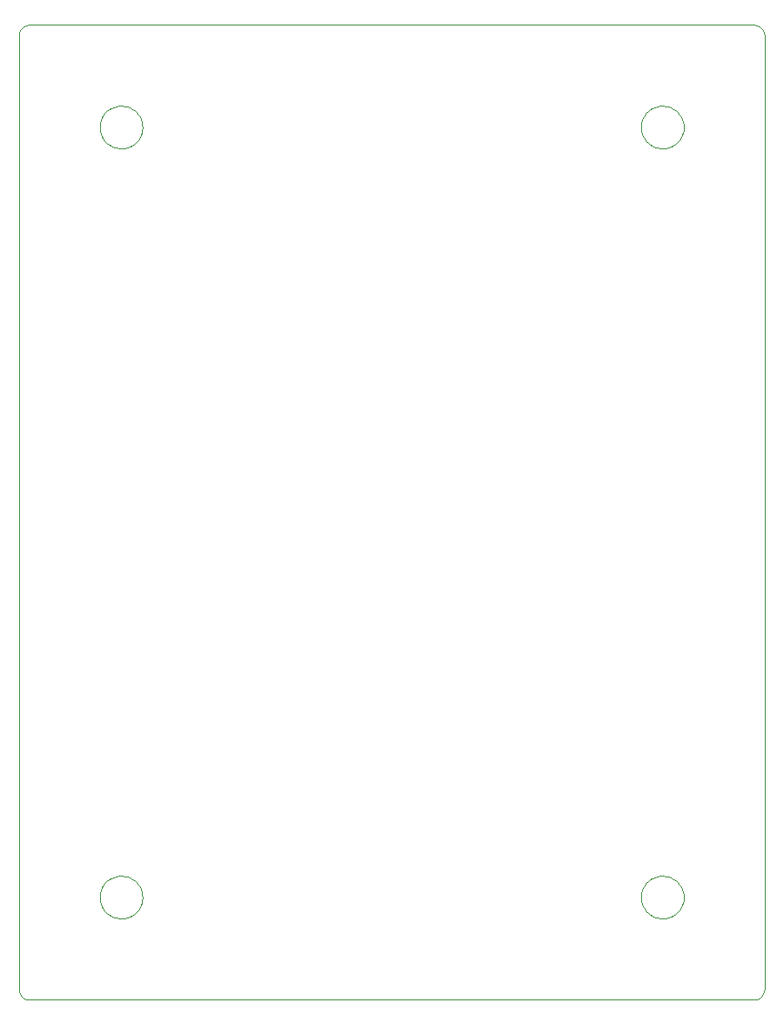
<source format=gm1>
G04*
G04 #@! TF.GenerationSoftware,Altium Limited,Altium Designer,21.0.8 (223)*
G04*
G04 Layer_Color=16711935*
%FSLAX25Y25*%
%MOIN*%
G70*
G04*
G04 #@! TF.SameCoordinates,B21DCE84-2690-44BB-8765-99E36CDB2AD5*
G04*
G04*
G04 #@! TF.FilePolarity,Positive*
G04*
G01*
G75*
%ADD54C,0.00050*%
D54*
X3937Y357000D02*
X2918Y356866D01*
X1968Y356473D01*
X1153Y355847D01*
X527Y355031D01*
X134Y354082D01*
X-0Y353063D01*
X273401D02*
X273267Y354082D01*
X272874Y355031D01*
X272248Y355847D01*
X271433Y356473D01*
X270483Y356866D01*
X269464Y357000D01*
X-0Y3937D02*
X134Y2918D01*
X527Y1969D01*
X1153Y1153D01*
X1968Y527D01*
X2918Y134D01*
X3937Y0D01*
X269464D02*
X270483Y134D01*
X271433Y527D01*
X272248Y1153D01*
X272874Y1969D01*
X273267Y2918D01*
X273401Y3937D01*
X45312Y319500D02*
X45248Y320499D01*
X45057Y321482D01*
X44741Y322432D01*
X44307Y323334D01*
X43761Y324173D01*
X43112Y324935D01*
X42371Y325608D01*
X41550Y326181D01*
X40662Y326644D01*
X39723Y326990D01*
X38747Y327212D01*
X37750Y327309D01*
X36750Y327276D01*
X35761Y327117D01*
X34802Y326832D01*
X33886Y326427D01*
X33030Y325908D01*
X32248Y325283D01*
X31551Y324564D01*
X30952Y323762D01*
X30461Y322890D01*
X30085Y321962D01*
X29831Y320993D01*
X29704Y320001D01*
Y319000D01*
X29831Y318007D01*
X30085Y317038D01*
X30461Y316110D01*
X30952Y315238D01*
X31551Y314436D01*
X32248Y313717D01*
X33030Y313092D01*
X33886Y312574D01*
X34802Y312168D01*
X35761Y311883D01*
X36750Y311724D01*
X37750Y311691D01*
X38747Y311788D01*
X39723Y312010D01*
X40662Y312356D01*
X41550Y312819D01*
X42371Y313392D01*
X43112Y314065D01*
X43761Y314827D01*
X44307Y315666D01*
X44741Y316568D01*
X45057Y317518D01*
X45248Y318501D01*
X45312Y319500D01*
X243714Y37500D02*
X243650Y38499D01*
X243459Y39482D01*
X243143Y40432D01*
X242709Y41334D01*
X242162Y42173D01*
X241514Y42935D01*
X240773Y43608D01*
X239951Y44181D01*
X239064Y44644D01*
X238124Y44990D01*
X237148Y45212D01*
X236152Y45309D01*
X235151Y45276D01*
X234163Y45117D01*
X233203Y44832D01*
X232288Y44427D01*
X231432Y43908D01*
X230649Y43283D01*
X229953Y42564D01*
X229354Y41762D01*
X228863Y40890D01*
X228487Y39962D01*
X228233Y38993D01*
X228105Y38001D01*
Y36999D01*
X228233Y36007D01*
X228487Y35038D01*
X228863Y34110D01*
X229354Y33238D01*
X229953Y32436D01*
X230649Y31717D01*
X231432Y31092D01*
X232288Y30573D01*
X233203Y30168D01*
X234163Y29883D01*
X235151Y29724D01*
X236152Y29691D01*
X237148Y29788D01*
X238124Y30010D01*
X239064Y30356D01*
X239951Y30819D01*
X240773Y31392D01*
X241514Y32065D01*
X242162Y32827D01*
X242709Y33666D01*
X243143Y34568D01*
X243459Y35518D01*
X243650Y36501D01*
X243714Y37500D01*
X45312Y37500D02*
X45248Y38499D01*
X45057Y39482D01*
X44741Y40432D01*
X44307Y41334D01*
X43761Y42173D01*
X43112Y42935D01*
X42371Y43608D01*
X41550Y44181D01*
X40662Y44644D01*
X39723Y44990D01*
X38747Y45212D01*
X37750Y45309D01*
X36750Y45276D01*
X35761Y45117D01*
X34802Y44832D01*
X33886Y44427D01*
X33030Y43908D01*
X32248Y43283D01*
X31551Y42564D01*
X30952Y41762D01*
X30461Y40890D01*
X30085Y39962D01*
X29831Y38993D01*
X29704Y38001D01*
Y36999D01*
X29831Y36007D01*
X30085Y35038D01*
X30461Y34110D01*
X30952Y33238D01*
X31551Y32436D01*
X32248Y31717D01*
X33030Y31092D01*
X33886Y30573D01*
X34802Y30168D01*
X35761Y29883D01*
X36750Y29724D01*
X37750Y29691D01*
X38747Y29788D01*
X39723Y30010D01*
X40662Y30356D01*
X41550Y30819D01*
X42371Y31392D01*
X43112Y32065D01*
X43761Y32827D01*
X44307Y33666D01*
X44741Y34568D01*
X45057Y35518D01*
X45248Y36501D01*
X45312Y37500D01*
X243714Y319500D02*
X243650Y320499D01*
X243459Y321482D01*
X243143Y322432D01*
X242709Y323334D01*
X242162Y324173D01*
X241514Y324935D01*
X240773Y325608D01*
X239951Y326181D01*
X239064Y326644D01*
X238124Y326990D01*
X237148Y327212D01*
X236152Y327309D01*
X235151Y327276D01*
X234163Y327117D01*
X233203Y326832D01*
X232288Y326427D01*
X231432Y325908D01*
X230649Y325283D01*
X229953Y324564D01*
X229354Y323762D01*
X228863Y322890D01*
X228487Y321962D01*
X228233Y320993D01*
X228105Y320001D01*
Y319000D01*
X228233Y318007D01*
X228487Y317038D01*
X228863Y316110D01*
X229354Y315238D01*
X229953Y314436D01*
X230649Y313717D01*
X231432Y313092D01*
X232288Y312574D01*
X233203Y312168D01*
X234163Y311883D01*
X235151Y311724D01*
X236152Y311691D01*
X237148Y311788D01*
X238124Y312010D01*
X239064Y312356D01*
X239951Y312819D01*
X240773Y313392D01*
X241514Y314065D01*
X242162Y314827D01*
X242709Y315666D01*
X243143Y316568D01*
X243459Y317518D01*
X243650Y318501D01*
X243714Y319500D01*
X-0Y3937D02*
Y353063D01*
X273401Y3937D02*
Y353063D01*
X3937Y357000D02*
X269464D01*
X3937Y0D02*
X269464D01*
M02*

</source>
